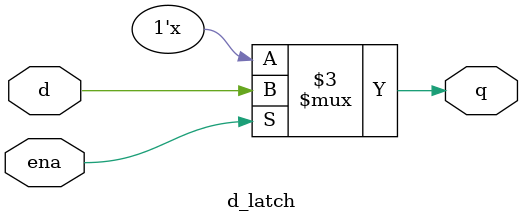
<source format=sv>
module d_latch (
    input logic d,
    input logic ena,
    output logic q
);
    always @(*) begin
        if (ena) begin
            q = d;
        end
    end
endmodule
</source>
